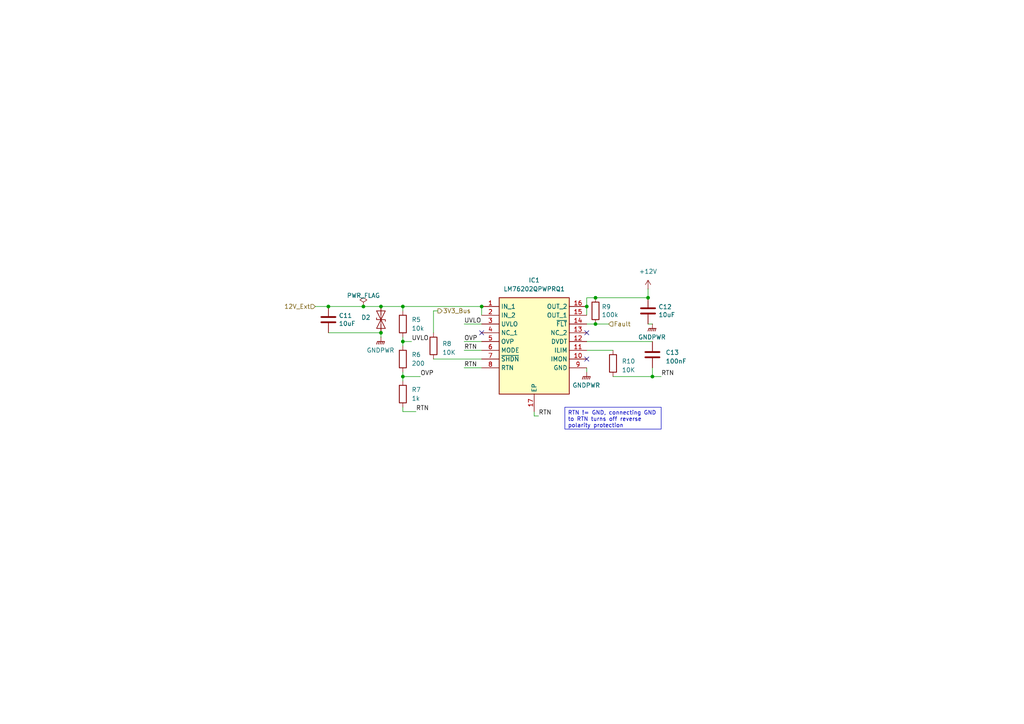
<source format=kicad_sch>
(kicad_sch (version 20231120) (generator "eeschema") (generator_version "8.0")
  (paper "A4")
  (lib_symbols
    (symbol "Device:C" (pin_numbers hide) (pin_names (offset 0.254))
      (property "Reference" "C" (at 0.635 2.54 0))
      (property "Value" "C" (at 0.635 -2.54 0))
      (symbol "C_0_1"
        (polyline (pts (xy -2.032 -0.762) (xy 2.032 -0.762)) (stroke (width 0.508)))
        (polyline (pts (xy -2.032 0.762) (xy 2.032 0.762)) (stroke (width 0.508)))
      )
      (symbol "C_1_1"
        (pin passive line (at 0 3.81 270) (length 2.794) (name "~") (number "1"))
        (pin passive line (at 0 -3.81 90) (length 2.794) (name "~") (number "2"))
      )
    )
    (symbol "Device:R" (pin_numbers hide) (pin_names (offset 0))
      (property "Reference" "R" (at 2.032 0 90))
      (property "Value" "R" (at 0 0 90))
      (symbol "R_0_1"
        (rectangle (start -1.016 -2.54) (end 1.016 2.54) (stroke (width 0.254)))
      )
      (symbol "R_1_1"
        (pin passive line (at 0 3.81 270) (length 1.27) (name "~") (number "1"))
        (pin passive line (at 0 -3.81 90) (length 1.27) (name "~") (number "2"))
      )
    )
    (symbol "Diode:SD12_SOD323" (pin_numbers hide) (pin_names (offset 1.016) hide)
      (property "Reference" "D" (at 0 2.54 0))
      (property "Value" "SD12_SOD323" (at 0 -2.54 0))
      (symbol "SD12_SOD323_0_1"
        (polyline (pts (xy 1.27 0) (xy -1.27 0)))
        (polyline (pts (xy -2.54 -1.27) (xy 0 0) (xy -2.54 1.27) (xy -2.54 -1.27)) (stroke (width 0.2032)))
        (polyline (pts (xy 0.508 1.27) (xy 0 1.27) (xy 0 -1.27) (xy -0.508 -1.27)) (stroke (width 0.2032)))
        (polyline (pts (xy 2.54 1.27) (xy 2.54 -1.27) (xy 0 0) (xy 2.54 1.27)) (stroke (width 0.2032)))
      )
      (symbol "SD12_SOD323_1_1"
        (pin passive line (at -3.81 0 0) (length 2.54) (name "A1") (number "1"))
        (pin passive line (at 3.81 0 180) (length 2.54) (name "A2") (number "2"))
      )
    )
    (symbol "LM76202QPWPRQ1:LM76202QPWPRQ1"
      (property "Reference" "IC" (at 26.67 7.62 0))
      (property "Value" "LM76202QPWPRQ1" (at 26.67 5.08 0))
      (symbol "LM76202QPWPRQ1_1_1"
        (rectangle (start 5.08 2.54) (end 25.4 -25.4) (stroke (width 0.254)) (fill (type background)))
        (pin passive line (at 0 0 0) (length 5.08) (name "IN_1") (number "1"))
        (pin passive line (at 30.48 -15.24 180) (length 5.08) (name "IMON") (number "10"))
        (pin passive line (at 30.48 -12.7 180) (length 5.08) (name "ILIM") (number "11"))
        (pin passive line (at 30.48 -10.16 180) (length 5.08) (name "DVDT") (number "12"))
        (pin passive line (at 30.48 -7.62 180) (length 5.08) (name "NC_2") (number "13"))
        (pin passive line (at 30.48 -5.08 180) (length 5.08) (name "~{FLT}") (number "14"))
        (pin passive line (at 30.48 -2.54 180) (length 5.08) (name "OUT_1") (number "15"))
        (pin passive line (at 30.48 0 180) (length 5.08) (name "OUT_2") (number "16"))
        (pin passive line (at 15.24 -30.48 90) (length 5.08) (name "EP") (number "17"))
        (pin passive line (at 0 -2.54 0) (length 5.08) (name "IN_2") (number "2"))
        (pin passive line (at 0 -5.08 0) (length 5.08) (name "UVLO") (number "3"))
        (pin passive line (at 0 -7.62 0) (length 5.08) (name "NC_1") (number "4"))
        (pin passive line (at 0 -10.16 0) (length 5.08) (name "OVP") (number "5"))
        (pin passive line (at 0 -12.7 0) (length 5.08) (name "MODE") (number "6"))
        (pin passive line (at 0 -15.24 0) (length 5.08) (name "~{SHDN}") (number "7"))
        (pin passive line (at 0 -17.78 0) (length 5.08) (name "RTN") (number "8"))
        (pin passive line (at 30.48 -17.78 180) (length 5.08) (name "GND") (number "9"))
      )
    )
    (symbol "power:+12V" (power) (pin_numbers hide) (pin_names (offset 0) hide)
      (property "Value" "+12V" (at 0 3.556 0))
      (symbol "+12V_0_1"
        (polyline (pts (xy -0.762 1.27) (xy 0 2.54)))
        (polyline (pts (xy 0 0) (xy 0 2.54)))
        (polyline (pts (xy 0 2.54) (xy 0.762 1.27)))
      )
      (symbol "+12V_1_1"
        (pin power_in line (at 0 0 90) (length 0) (name "~") (number "1"))
      )
    )
    (symbol "power:GNDPWR" (power) (pin_numbers hide) (pin_names (offset 0) hide)
      (property "Value" "GNDPWR" (at 0 -3.302 0))
      (symbol "GNDPWR_0_1"
        (polyline (pts (xy 0 -1.27) (xy 0 0)))
        (polyline (pts (xy -1.016 -1.27) (xy -1.27 -2.032) (xy -1.27 -2.032)) (stroke (width 0.2032)))
        (polyline (pts (xy -0.508 -1.27) (xy -0.762 -2.032) (xy -0.762 -2.032)) (stroke (width 0.2032)))
        (polyline (pts (xy 0 -1.27) (xy -0.254 -2.032) (xy -0.254 -2.032)) (stroke (width 0.2032)))
        (polyline (pts (xy 0.508 -1.27) (xy 0.254 -2.032) (xy 0.254 -2.032)) (stroke (width 0.2032)))
        (polyline (pts (xy 1.016 -1.27) (xy -1.016 -1.27) (xy -1.016 -1.27)) (stroke (width 0.2032)))
        (polyline (pts (xy 1.016 -1.27) (xy 0.762 -2.032) (xy 0.762 -2.032) (xy 0.762 -2.032)) (stroke (width 0.2032)))
      )
      (symbol "GNDPWR_1_1"
        (pin power_in line (at 0 0 270) (length 0) (name "~") (number "1"))
      )
    )
    (symbol "power:PWR_FLAG" (power) (pin_numbers hide) (pin_names (offset 0) hide)
      (property "Value" "PWR_FLAG" (at 0 3.81 0))
      (symbol "PWR_FLAG_0_0"
        (pin power_out line (at 0 0 90) (length 0) (name "~") (number "1"))
      )
      (symbol "PWR_FLAG_0_1"
        (polyline (pts (xy 0 0) (xy 0 1.27) (xy -1.016 1.905) (xy 0 2.54) (xy 1.016 1.905) (xy 0 1.27)))
      )
    )
  )
  (junction (at 110.49 96.52))
  (junction (at 187.96 86.36))
  (junction (at 116.84 88.9))
  (junction (at 172.72 86.36))
  (junction (at 139.7 88.9))
  (junction (at 116.84 109.22))
  (junction (at 105.41 88.9))
  (junction (at 189.23 109.22))
  (junction (at 95.25 88.9))
  (junction (at 116.84 99.06))
  (junction (at 172.72 93.98))
  (junction (at 110.49 88.9))
  (junction (at 170.18 88.9))
  (no_connect (at 139.7 96.52))
  (no_connect (at 170.18 96.52))
  (no_connect (at 170.18 104.14))
  (wire (pts (xy 125.73 90.17) (xy 125.73 96.52)))
  (wire (pts (xy 177.8 109.22) (xy 189.23 109.22)))
  (wire (pts (xy 170.18 86.36) (xy 172.72 86.36)))
  (wire (pts (xy 110.49 88.9) (xy 116.84 88.9)))
  (wire (pts (xy 121.92 109.22) (xy 116.84 109.22)))
  (wire (pts (xy 170.18 106.68) (xy 170.18 107.95)))
  (wire (pts (xy 172.72 93.98) (xy 176.53 93.98)))
  (wire (pts (xy 134.62 99.06) (xy 139.7 99.06)))
  (wire (pts (xy 116.84 107.95) (xy 116.84 109.22)))
  (wire (pts (xy 139.7 88.9) (xy 139.7 91.44)))
  (wire (pts (xy 95.25 96.52) (xy 110.49 96.52)))
  (wire (pts (xy 95.25 88.9) (xy 105.41 88.9)))
  (wire (pts (xy 134.62 93.98) (xy 139.7 93.98)))
  (wire (pts (xy 189.23 93.98) (xy 187.96 93.98)))
  (wire (pts (xy 134.62 101.6) (xy 139.7 101.6)))
  (wire (pts (xy 170.18 93.98) (xy 172.72 93.98)))
  (wire (pts (xy 189.23 109.22) (xy 191.77 109.22)))
  (wire (pts (xy 91.44 88.9) (xy 95.25 88.9)))
  (wire (pts (xy 116.84 97.79) (xy 116.84 99.06)))
  (wire (pts (xy 154.94 120.65) (xy 154.94 119.38)))
  (wire (pts (xy 116.84 99.06) (xy 119.38 99.06)))
  (wire (pts (xy 116.84 118.11) (xy 116.84 119.38)))
  (wire (pts (xy 127 90.17) (xy 125.73 90.17)))
  (wire (pts (xy 125.73 104.14) (xy 139.7 104.14)))
  (wire (pts (xy 170.18 101.6) (xy 177.8 101.6)))
  (wire (pts (xy 116.84 99.06) (xy 116.84 100.33)))
  (wire (pts (xy 116.84 88.9) (xy 116.84 90.17)))
  (wire (pts (xy 110.49 96.52) (xy 110.49 97.79)))
  (wire (pts (xy 105.41 88.9) (xy 110.49 88.9)))
  (wire (pts (xy 156.21 120.65) (xy 154.94 120.65)))
  (wire (pts (xy 170.18 86.36) (xy 170.18 88.9)))
  (wire (pts (xy 189.23 106.68) (xy 189.23 109.22)))
  (wire (pts (xy 170.18 99.06) (xy 189.23 99.06)))
  (wire (pts (xy 172.72 86.36) (xy 187.96 86.36)))
  (wire (pts (xy 187.96 83.82) (xy 187.96 86.36)))
  (wire (pts (xy 116.84 119.38) (xy 120.65 119.38)))
  (wire (pts (xy 116.84 88.9) (xy 139.7 88.9)))
  (wire (pts (xy 134.62 106.68) (xy 139.7 106.68)))
  (wire (pts (xy 170.18 88.9) (xy 170.18 91.44)))
  (wire (pts (xy 116.84 110.49) (xy 116.84 109.22)))
  (text_box "RTN != GND, connecting GND to RTN turns off reverse polarity protection" (at 163.83 118.11 0) (size 27.94 6.35) (effects (font (size 1.143 1.143)) (justify left top)))
  (label "RTN" (at 156.21 120.65 0))
  (label "RTN" (at 134.62 101.6 0))
  (label "OVP" (at 134.62 99.06 0))
  (label "UVLO" (at 119.38 99.06 0))
  (label "RTN" (at 134.62 106.68 0))
  (label "RTN" (at 191.77 109.22 0))
  (label "UVLO" (at 134.62 93.98 0))
  (label "OVP" (at 121.92 109.22 0))
  (label "RTN" (at 120.65 119.38 0))
  (hierarchical_label "3V3_Bus" (shape output) (at 127 90.17 0))
  (hierarchical_label "Fault" (shape input) (at 176.53 93.98 0))
  (hierarchical_label "12V_Ext" (shape input) (at 91.44 88.9 180))
  (symbol (lib_id "Diode:SD12_SOD323") (at 110.49 92.71 90) (unit 1)
    (property "Reference" "D2" (at 104.775 92.075 90) (effects (justify right)))
    (property "Value" "SD12_SOD323" (effects (hide yes)))
    (property "Footprint" "Diode_SMD:D_SOD-323" (effects (hide yes)))
    (property "Datasheet" "https://www.littelfuse.com/~/media/electronics/datasheets/tvs_diode_arrays/littelfuse_tvs_diode_array_sd_c_datasheet.pdf.pdf" (effects (hide yes)))
    (property "Description" "12V, 450W Discrete Bidirectional TVS Diode, SOD-323" (effects (hide yes)))
    (property "P/N" "PESD15VL1BA,115" (effects (hide yes)))
    (property "Mouser Part Number" "771-PESD15VL1BA-T/R" (effects (hide yes)))
    (property "Mouser Price/Stock" "https://www.mouser.com/ProductDetail/Nexperia/PESD15VL1BA115?qs=LOCUfHb8d9vibm295AC%252Bdg%3D%3D" (effects (hide yes)))
  )
  (symbol (lib_id "Device:R") (at 116.84 104.14 0) (unit 1)
    (property "Reference" "R6" (at 119.38 102.8699 0) (effects (justify left)))
    (property "Value" "200" (at 119.38 105.4099 0) (effects (justify left)))
    (property "Footprint" "Resistor_SMD:R_0805_2012Metric" (effects (hide yes)))
    (property "Description" "Resistor" (effects (hide yes)))
    (property "Mouser Part Number" "71-CRCW080510K0FKEAC" (effects (hide yes)))
    (property "P/N" "CRCW08051K00FKEAC" (effects (hide yes)))
  )
  (symbol (lib_id "power:+12V") (at 187.96 83.82 0) (unit 1)
    (property "Reference" "#PWR023" (effects (hide yes)))
    (property "Value" "+12V" (at 187.96 78.74 0))
    (property "Description" "Power symbol creates a global label with name \"+12V\"" (effects (hide yes)))
  )
  (symbol (lib_id "Device:R") (at 177.8 105.41 0) (unit 1)
    (property "Reference" "R10" (at 180.34 104.775 0) (effects (justify left)))
    (property "Value" "10K" (at 180.34 107.315 0) (effects (justify left)))
    (property "Footprint" "Resistor_SMD:R_0805_2012Metric" (effects (hide yes)))
    (property "Description" "Resistor" (effects (hide yes)))
    (property "Mouser Part Number" "71-CRCW080510K0FKEAC" (effects (hide yes)))
    (property "P/N" "CRCW080510K0FKEAC" (effects (hide yes)))
  )
  (symbol (lib_id "power:GNDPWR") (at 110.49 97.79 0) (unit 1)
    (property "Reference" "#PWR021" (effects (hide yes)))
    (property "Value" "GNDPWR" (at 110.363 101.6 0))
    (property "Description" "Power symbol creates a global label with name \"GNDPWR\" , global ground" (effects (hide yes)))
  )
  (symbol (lib_id "Device:R") (at 125.73 100.33 0) (unit 1)
    (property "Reference" "R8" (at 128.27 99.695 0) (effects (justify left)))
    (property "Value" "10K" (at 128.27 102.235 0) (effects (justify left)))
    (property "Footprint" "Resistor_SMD:R_0805_2012Metric" (effects (hide yes)))
    (property "Description" "Resistor" (effects (hide yes)))
    (property "Mouser Part Number" "71-CRCW080510K0FKEAC" (effects (hide yes)))
    (property "P/N" "CRCW080510K0FKEAC" (effects (hide yes)))
  )
  (symbol (lib_id "Device:C") (at 187.96 90.17 0) (unit 1)
    (property "Reference" "C12" (at 190.9572 89.0016 0) (effects (justify left)))
    (property "Value" "10uF" (at 190.9572 91.313 0) (effects (justify left)))
    (property "Footprint" "Capacitor_SMD:C_0805_2012Metric" (effects (hide yes)))
    (property "Description" "Unpolarized capacitor" (effects (hide yes)))
    (property "P/N" "TMK212BBJ106MGHT" (effects (hide yes)))
    (property "Mouser Part Number" "581-22201C106KAT2A" (effects (hide yes)))
  )
  (symbol (lib_id "power:PWR_FLAG") (at 105.41 88.9 0) (unit 1)
    (property "Reference" "#FLG01" (effects (hide yes)))
    (property "Value" "PWR_FLAG" (at 105.41 85.725 0))
    (property "Description" "Special symbol for telling ERC where power comes from" (effects (hide yes)))
  )
  (symbol (lib_id "Device:R") (at 116.84 93.98 0) (unit 1)
    (property "Reference" "R5" (at 119.38 92.7099 0) (effects (justify left)))
    (property "Value" "10k" (at 119.38 95.2499 0) (effects (justify left)))
    (property "Footprint" "Resistor_SMD:R_0805_2012Metric" (effects (hide yes)))
    (property "Description" "Resistor" (effects (hide yes)))
    (property "Mouser Part Number" "71-CRCW080510K0FKEAC" (effects (hide yes)))
    (property "P/N" "CRCW08051K00FKEAC" (effects (hide yes)))
  )
  (symbol (lib_id "Device:C") (at 189.23 102.87 0) (unit 1)
    (property "Reference" "C13" (at 193.04 102.235 0) (effects (justify left)))
    (property "Value" "100nF" (at 193.04 104.775 0) (effects (justify left)))
    (property "Footprint" "Capacitor_SMD:C_0805_2012Metric" (effects (hide yes)))
    (property "Description" "Unpolarized capacitor" (effects (hide yes)))
    (property "Mouser Part Number" "80-C0805C104M5R" (effects (hide yes)))
    (property "P/N" "C0805C104M5RACTU" (effects (hide yes)))
  )
  (symbol (lib_id "Device:C") (at 95.25 92.71 0) (unit 1)
    (property "Reference" "C11" (at 98.2472 91.5416 0) (effects (justify left)))
    (property "Value" "10uF" (at 98.2472 93.853 0) (effects (justify left)))
    (property "Footprint" "Capacitor_SMD:C_0805_2012Metric" (effects (hide yes)))
    (property "Description" "Unpolarized capacitor" (effects (hide yes)))
    (property "P/N" "TMK212BBJ106MGHT" (effects (hide yes)))
    (property "Mouser Part Number" "581-22201C106KAT2A" (effects (hide yes)))
  )
  (symbol (lib_id "Device:R") (at 172.72 90.17 0) (unit 1)
    (property "Reference" "R9" (at 174.498 89.0016 0) (effects (justify left)))
    (property "Value" "100k" (at 174.498 91.313 0) (effects (justify left)))
    (property "Footprint" "Resistor_SMD:R_0805_2012Metric" (effects (hide yes)))
    (property "Description" "Resistor" (effects (hide yes)))
    (property "Mouser Part Number" "71-CRCW0805100KFKEAC" (effects (hide yes)))
    (property "P/N" "CRCW0805100KFKEAC" (effects (hide yes)))
  )
  (symbol (lib_id "LM76202QPWPRQ1:LM76202QPWPRQ1") (at 139.7 88.9 0) (unit 1)
    (property "Reference" "IC1" (at 154.94 81.28 0))
    (property "Value" "LM76202QPWPRQ1" (at 154.94 83.82 0))
    (property "Footprint" "SOP65P640X120-17N" (effects (hide yes)))
    (property "Datasheet" "http://www.ti.com/general/docs/suppproductinfo.tsp?distId=10&gotoUrl=http%3A%2F%2Fwww.ti.com%2Flit%2Fgpn%2Flm76202-q1" (effects (hide yes)))
    (property "Description" "60V 2.2A ideal diode with integrated FET" (effects (hide yes)))
    (property "Height" "1.2" (effects (hide yes)))
    (property "Mouser Part Number" "595-LM76202QPWPRQ1" (effects (hide yes)))
    (property "Mouser Price/Stock" "https://www.mouser.co.uk/ProductDetail/Texas-Instruments/LM76202QPWPRQ1?qs=B6kkDfuK7%2FDO3IObrBgfZg%3D%3D" (effects (hide yes)))
    (property "Manufacturer_Name" "Texas Instruments" (effects (hide yes)))
    (property "Manufacturer_Part_Number" "LM76202QPWPRQ1" (effects (hide yes)))
  )
  (symbol (lib_id "power:GNDPWR") (at 170.18 107.95 0) (unit 1)
    (property "Reference" "#PWR022" (effects (hide yes)))
    (property "Value" "GNDPWR" (at 170.053 111.76 0))
    (property "Description" "Power symbol creates a global label with name \"GNDPWR\" , global ground" (effects (hide yes)))
  )
  (symbol (lib_id "Device:R") (at 116.84 114.3 0) (unit 1)
    (property "Reference" "R7" (at 119.38 113.0299 0) (effects (justify left)))
    (property "Value" "1k" (at 119.38 115.5699 0) (effects (justify left)))
    (property "Footprint" "Resistor_SMD:R_0805_2012Metric" (effects (hide yes)))
    (property "Description" "Resistor" (effects (hide yes)))
    (property "Mouser Part Number" "71-CRCW080510K0FKEAC" (effects (hide yes)))
    (property "P/N" "CRCW08051K00FKEAC" (effects (hide yes)))
  )
  (symbol (lib_id "power:GNDPWR") (at 189.23 93.98 0) (unit 1)
    (property "Reference" "#PWR024" (effects (hide yes)))
    (property "Value" "GNDPWR" (at 189.103 97.79 0))
    (property "Description" "Power symbol creates a global label with name \"GNDPWR\" , global ground" (effects (hide yes)))
  )
)
</source>
